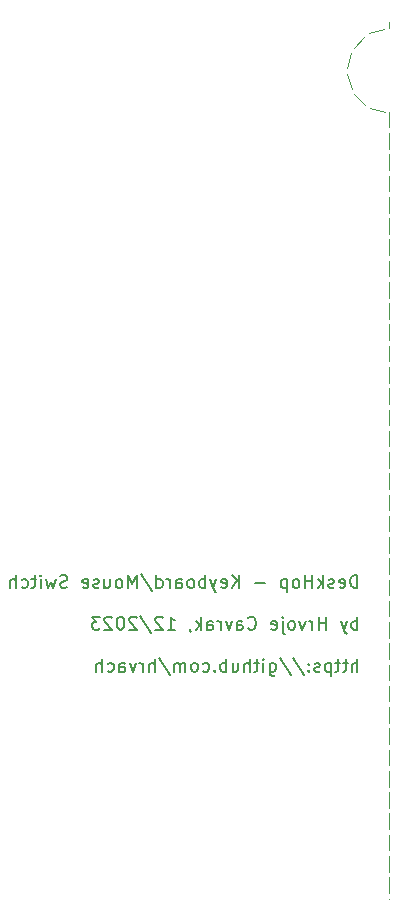
<source format=gbr>
%TF.GenerationSoftware,KiCad,Pcbnew,7.0.9*%
%TF.CreationDate,2024-02-17T13:50:42+09:00*%
%TF.ProjectId,DeskHop,4465736b-486f-4702-9e6b-696361645f70,rev?*%
%TF.SameCoordinates,PX20378f0PY6e37550*%
%TF.FileFunction,Legend,Bot*%
%TF.FilePolarity,Positive*%
%FSLAX46Y46*%
G04 Gerber Fmt 4.6, Leading zero omitted, Abs format (unit mm)*
G04 Created by KiCad (PCBNEW 7.0.9) date 2024-02-17 13:50:42*
%MOMM*%
%LPD*%
G01*
G04 APERTURE LIST*
%ADD10C,0.120000*%
%ADD11C,0.150000*%
G04 APERTURE END LIST*
D10*
X33528000Y66831574D02*
X33527441Y65511574D01*
X33527238Y65031574D02*
X33526679Y63711574D01*
X33526476Y63231574D02*
X33525918Y61911574D01*
X33525715Y61431574D02*
X33525156Y60111575D01*
X33524953Y59631575D02*
X33524394Y58311575D01*
X33524191Y57831575D02*
X33523632Y56511575D01*
X33523429Y56031575D02*
X33522870Y54711575D01*
X33522667Y54231575D02*
X33522109Y52911575D01*
X33521905Y52431575D02*
X33521347Y51111575D01*
X33521144Y50631575D02*
X33520585Y49311576D01*
X33520382Y48831576D02*
X33519823Y47511576D01*
X33519620Y47031576D02*
X33519061Y45711576D01*
X33518858Y45231576D02*
X33518299Y43911576D01*
X33518096Y43431576D02*
X33517538Y42111576D01*
X33517334Y41631576D02*
X33516776Y40311576D01*
X33516573Y39831576D02*
X33516014Y38511577D01*
X33515811Y38031577D02*
X33515252Y36711577D01*
X33515049Y36231577D02*
X33514490Y34911577D01*
X33514287Y34431577D02*
X33513728Y33111577D01*
X33513525Y32631577D02*
X33512967Y31311577D01*
X33512763Y30831577D02*
X33512205Y29511577D01*
X33512002Y29031577D02*
X33511443Y27711578D01*
X33511240Y27231578D02*
X33510681Y25911578D01*
X33510478Y25431578D02*
X33509919Y24111578D01*
X33509716Y23631578D02*
X33509157Y22311578D01*
X33508954Y21831578D02*
X33508396Y20511578D01*
X33508192Y20031578D02*
X33507634Y18711578D01*
X33507431Y18231578D02*
X33506872Y16911578D01*
X33506669Y16431579D02*
X33506110Y15111579D01*
X33505907Y14631579D02*
X33505348Y13311579D01*
X33505145Y12831579D02*
X33504586Y11511579D01*
X33504383Y11031579D02*
X33503825Y9711579D01*
X33503621Y9231579D02*
X33503063Y7911579D01*
X33502860Y7431579D02*
X33502301Y6111579D01*
X33502098Y5631579D02*
X33501539Y4311580D01*
X33501336Y3831580D02*
X33500777Y2511580D01*
X33500574Y2031580D02*
X33500015Y711580D01*
X33499812Y231580D02*
X33499783Y162341D01*
X33155741Y66821540D02*
X31898288Y67197436D01*
X31487784Y67445502D02*
X30570268Y68383930D01*
X30331515Y68799920D02*
X29984049Y70065523D01*
X29976926Y70545106D02*
X30286655Y71820470D01*
X30512950Y72243366D02*
X31402193Y73208628D01*
X31805149Y73468775D02*
X33050885Y73881846D01*
X33528000Y73914000D02*
X33528000Y74422000D01*
D11*
X30830611Y26530420D02*
X30830611Y27630420D01*
X30830611Y27630420D02*
X30568706Y27630420D01*
X30568706Y27630420D02*
X30411563Y27578039D01*
X30411563Y27578039D02*
X30306801Y27473277D01*
X30306801Y27473277D02*
X30254420Y27368515D01*
X30254420Y27368515D02*
X30202039Y27158991D01*
X30202039Y27158991D02*
X30202039Y27001848D01*
X30202039Y27001848D02*
X30254420Y26792324D01*
X30254420Y26792324D02*
X30306801Y26687562D01*
X30306801Y26687562D02*
X30411563Y26582800D01*
X30411563Y26582800D02*
X30568706Y26530420D01*
X30568706Y26530420D02*
X30830611Y26530420D01*
X29311563Y26582800D02*
X29416325Y26530420D01*
X29416325Y26530420D02*
X29625849Y26530420D01*
X29625849Y26530420D02*
X29730611Y26582800D01*
X29730611Y26582800D02*
X29782992Y26687562D01*
X29782992Y26687562D02*
X29782992Y27106610D01*
X29782992Y27106610D02*
X29730611Y27211372D01*
X29730611Y27211372D02*
X29625849Y27263753D01*
X29625849Y27263753D02*
X29416325Y27263753D01*
X29416325Y27263753D02*
X29311563Y27211372D01*
X29311563Y27211372D02*
X29259182Y27106610D01*
X29259182Y27106610D02*
X29259182Y27001848D01*
X29259182Y27001848D02*
X29782992Y26897086D01*
X28840135Y26582800D02*
X28735373Y26530420D01*
X28735373Y26530420D02*
X28525849Y26530420D01*
X28525849Y26530420D02*
X28421087Y26582800D01*
X28421087Y26582800D02*
X28368706Y26687562D01*
X28368706Y26687562D02*
X28368706Y26739943D01*
X28368706Y26739943D02*
X28421087Y26844705D01*
X28421087Y26844705D02*
X28525849Y26897086D01*
X28525849Y26897086D02*
X28682992Y26897086D01*
X28682992Y26897086D02*
X28787754Y26949467D01*
X28787754Y26949467D02*
X28840135Y27054229D01*
X28840135Y27054229D02*
X28840135Y27106610D01*
X28840135Y27106610D02*
X28787754Y27211372D01*
X28787754Y27211372D02*
X28682992Y27263753D01*
X28682992Y27263753D02*
X28525849Y27263753D01*
X28525849Y27263753D02*
X28421087Y27211372D01*
X27897278Y26530420D02*
X27897278Y27630420D01*
X27792516Y26949467D02*
X27478230Y26530420D01*
X27478230Y27263753D02*
X27897278Y26844705D01*
X27006802Y26530420D02*
X27006802Y27630420D01*
X27006802Y27106610D02*
X26378230Y27106610D01*
X26378230Y26530420D02*
X26378230Y27630420D01*
X25697278Y26530420D02*
X25802040Y26582800D01*
X25802040Y26582800D02*
X25854421Y26635181D01*
X25854421Y26635181D02*
X25906802Y26739943D01*
X25906802Y26739943D02*
X25906802Y27054229D01*
X25906802Y27054229D02*
X25854421Y27158991D01*
X25854421Y27158991D02*
X25802040Y27211372D01*
X25802040Y27211372D02*
X25697278Y27263753D01*
X25697278Y27263753D02*
X25540135Y27263753D01*
X25540135Y27263753D02*
X25435373Y27211372D01*
X25435373Y27211372D02*
X25382992Y27158991D01*
X25382992Y27158991D02*
X25330611Y27054229D01*
X25330611Y27054229D02*
X25330611Y26739943D01*
X25330611Y26739943D02*
X25382992Y26635181D01*
X25382992Y26635181D02*
X25435373Y26582800D01*
X25435373Y26582800D02*
X25540135Y26530420D01*
X25540135Y26530420D02*
X25697278Y26530420D01*
X24859183Y27263753D02*
X24859183Y26163753D01*
X24859183Y27211372D02*
X24754421Y27263753D01*
X24754421Y27263753D02*
X24544897Y27263753D01*
X24544897Y27263753D02*
X24440135Y27211372D01*
X24440135Y27211372D02*
X24387754Y27158991D01*
X24387754Y27158991D02*
X24335373Y27054229D01*
X24335373Y27054229D02*
X24335373Y26739943D01*
X24335373Y26739943D02*
X24387754Y26635181D01*
X24387754Y26635181D02*
X24440135Y26582800D01*
X24440135Y26582800D02*
X24544897Y26530420D01*
X24544897Y26530420D02*
X24754421Y26530420D01*
X24754421Y26530420D02*
X24859183Y26582800D01*
X23025850Y26949467D02*
X22187755Y26949467D01*
X20825850Y26530420D02*
X20825850Y27630420D01*
X20197278Y26530420D02*
X20668707Y27158991D01*
X20197278Y27630420D02*
X20825850Y27001848D01*
X19306802Y26582800D02*
X19411564Y26530420D01*
X19411564Y26530420D02*
X19621088Y26530420D01*
X19621088Y26530420D02*
X19725850Y26582800D01*
X19725850Y26582800D02*
X19778231Y26687562D01*
X19778231Y26687562D02*
X19778231Y27106610D01*
X19778231Y27106610D02*
X19725850Y27211372D01*
X19725850Y27211372D02*
X19621088Y27263753D01*
X19621088Y27263753D02*
X19411564Y27263753D01*
X19411564Y27263753D02*
X19306802Y27211372D01*
X19306802Y27211372D02*
X19254421Y27106610D01*
X19254421Y27106610D02*
X19254421Y27001848D01*
X19254421Y27001848D02*
X19778231Y26897086D01*
X18887755Y27263753D02*
X18625850Y26530420D01*
X18363945Y27263753D02*
X18625850Y26530420D01*
X18625850Y26530420D02*
X18730612Y26268515D01*
X18730612Y26268515D02*
X18782993Y26216134D01*
X18782993Y26216134D02*
X18887755Y26163753D01*
X17944898Y26530420D02*
X17944898Y27630420D01*
X17944898Y27211372D02*
X17840136Y27263753D01*
X17840136Y27263753D02*
X17630612Y27263753D01*
X17630612Y27263753D02*
X17525850Y27211372D01*
X17525850Y27211372D02*
X17473469Y27158991D01*
X17473469Y27158991D02*
X17421088Y27054229D01*
X17421088Y27054229D02*
X17421088Y26739943D01*
X17421088Y26739943D02*
X17473469Y26635181D01*
X17473469Y26635181D02*
X17525850Y26582800D01*
X17525850Y26582800D02*
X17630612Y26530420D01*
X17630612Y26530420D02*
X17840136Y26530420D01*
X17840136Y26530420D02*
X17944898Y26582800D01*
X16792517Y26530420D02*
X16897279Y26582800D01*
X16897279Y26582800D02*
X16949660Y26635181D01*
X16949660Y26635181D02*
X17002041Y26739943D01*
X17002041Y26739943D02*
X17002041Y27054229D01*
X17002041Y27054229D02*
X16949660Y27158991D01*
X16949660Y27158991D02*
X16897279Y27211372D01*
X16897279Y27211372D02*
X16792517Y27263753D01*
X16792517Y27263753D02*
X16635374Y27263753D01*
X16635374Y27263753D02*
X16530612Y27211372D01*
X16530612Y27211372D02*
X16478231Y27158991D01*
X16478231Y27158991D02*
X16425850Y27054229D01*
X16425850Y27054229D02*
X16425850Y26739943D01*
X16425850Y26739943D02*
X16478231Y26635181D01*
X16478231Y26635181D02*
X16530612Y26582800D01*
X16530612Y26582800D02*
X16635374Y26530420D01*
X16635374Y26530420D02*
X16792517Y26530420D01*
X15482993Y26530420D02*
X15482993Y27106610D01*
X15482993Y27106610D02*
X15535374Y27211372D01*
X15535374Y27211372D02*
X15640136Y27263753D01*
X15640136Y27263753D02*
X15849660Y27263753D01*
X15849660Y27263753D02*
X15954422Y27211372D01*
X15482993Y26582800D02*
X15587755Y26530420D01*
X15587755Y26530420D02*
X15849660Y26530420D01*
X15849660Y26530420D02*
X15954422Y26582800D01*
X15954422Y26582800D02*
X16006803Y26687562D01*
X16006803Y26687562D02*
X16006803Y26792324D01*
X16006803Y26792324D02*
X15954422Y26897086D01*
X15954422Y26897086D02*
X15849660Y26949467D01*
X15849660Y26949467D02*
X15587755Y26949467D01*
X15587755Y26949467D02*
X15482993Y27001848D01*
X14959184Y26530420D02*
X14959184Y27263753D01*
X14959184Y27054229D02*
X14906803Y27158991D01*
X14906803Y27158991D02*
X14854422Y27211372D01*
X14854422Y27211372D02*
X14749660Y27263753D01*
X14749660Y27263753D02*
X14644898Y27263753D01*
X13806803Y26530420D02*
X13806803Y27630420D01*
X13806803Y26582800D02*
X13911565Y26530420D01*
X13911565Y26530420D02*
X14121089Y26530420D01*
X14121089Y26530420D02*
X14225851Y26582800D01*
X14225851Y26582800D02*
X14278232Y26635181D01*
X14278232Y26635181D02*
X14330613Y26739943D01*
X14330613Y26739943D02*
X14330613Y27054229D01*
X14330613Y27054229D02*
X14278232Y27158991D01*
X14278232Y27158991D02*
X14225851Y27211372D01*
X14225851Y27211372D02*
X14121089Y27263753D01*
X14121089Y27263753D02*
X13911565Y27263753D01*
X13911565Y27263753D02*
X13806803Y27211372D01*
X12497279Y27682800D02*
X13440137Y26268515D01*
X12130613Y26530420D02*
X12130613Y27630420D01*
X12130613Y27630420D02*
X11763946Y26844705D01*
X11763946Y26844705D02*
X11397279Y27630420D01*
X11397279Y27630420D02*
X11397279Y26530420D01*
X10716327Y26530420D02*
X10821089Y26582800D01*
X10821089Y26582800D02*
X10873470Y26635181D01*
X10873470Y26635181D02*
X10925851Y26739943D01*
X10925851Y26739943D02*
X10925851Y27054229D01*
X10925851Y27054229D02*
X10873470Y27158991D01*
X10873470Y27158991D02*
X10821089Y27211372D01*
X10821089Y27211372D02*
X10716327Y27263753D01*
X10716327Y27263753D02*
X10559184Y27263753D01*
X10559184Y27263753D02*
X10454422Y27211372D01*
X10454422Y27211372D02*
X10402041Y27158991D01*
X10402041Y27158991D02*
X10349660Y27054229D01*
X10349660Y27054229D02*
X10349660Y26739943D01*
X10349660Y26739943D02*
X10402041Y26635181D01*
X10402041Y26635181D02*
X10454422Y26582800D01*
X10454422Y26582800D02*
X10559184Y26530420D01*
X10559184Y26530420D02*
X10716327Y26530420D01*
X9406803Y27263753D02*
X9406803Y26530420D01*
X9878232Y27263753D02*
X9878232Y26687562D01*
X9878232Y26687562D02*
X9825851Y26582800D01*
X9825851Y26582800D02*
X9721089Y26530420D01*
X9721089Y26530420D02*
X9563946Y26530420D01*
X9563946Y26530420D02*
X9459184Y26582800D01*
X9459184Y26582800D02*
X9406803Y26635181D01*
X8935375Y26582800D02*
X8830613Y26530420D01*
X8830613Y26530420D02*
X8621089Y26530420D01*
X8621089Y26530420D02*
X8516327Y26582800D01*
X8516327Y26582800D02*
X8463946Y26687562D01*
X8463946Y26687562D02*
X8463946Y26739943D01*
X8463946Y26739943D02*
X8516327Y26844705D01*
X8516327Y26844705D02*
X8621089Y26897086D01*
X8621089Y26897086D02*
X8778232Y26897086D01*
X8778232Y26897086D02*
X8882994Y26949467D01*
X8882994Y26949467D02*
X8935375Y27054229D01*
X8935375Y27054229D02*
X8935375Y27106610D01*
X8935375Y27106610D02*
X8882994Y27211372D01*
X8882994Y27211372D02*
X8778232Y27263753D01*
X8778232Y27263753D02*
X8621089Y27263753D01*
X8621089Y27263753D02*
X8516327Y27211372D01*
X7573470Y26582800D02*
X7678232Y26530420D01*
X7678232Y26530420D02*
X7887756Y26530420D01*
X7887756Y26530420D02*
X7992518Y26582800D01*
X7992518Y26582800D02*
X8044899Y26687562D01*
X8044899Y26687562D02*
X8044899Y27106610D01*
X8044899Y27106610D02*
X7992518Y27211372D01*
X7992518Y27211372D02*
X7887756Y27263753D01*
X7887756Y27263753D02*
X7678232Y27263753D01*
X7678232Y27263753D02*
X7573470Y27211372D01*
X7573470Y27211372D02*
X7521089Y27106610D01*
X7521089Y27106610D02*
X7521089Y27001848D01*
X7521089Y27001848D02*
X8044899Y26897086D01*
X6263947Y26582800D02*
X6106804Y26530420D01*
X6106804Y26530420D02*
X5844899Y26530420D01*
X5844899Y26530420D02*
X5740137Y26582800D01*
X5740137Y26582800D02*
X5687756Y26635181D01*
X5687756Y26635181D02*
X5635375Y26739943D01*
X5635375Y26739943D02*
X5635375Y26844705D01*
X5635375Y26844705D02*
X5687756Y26949467D01*
X5687756Y26949467D02*
X5740137Y27001848D01*
X5740137Y27001848D02*
X5844899Y27054229D01*
X5844899Y27054229D02*
X6054423Y27106610D01*
X6054423Y27106610D02*
X6159185Y27158991D01*
X6159185Y27158991D02*
X6211566Y27211372D01*
X6211566Y27211372D02*
X6263947Y27316134D01*
X6263947Y27316134D02*
X6263947Y27420896D01*
X6263947Y27420896D02*
X6211566Y27525658D01*
X6211566Y27525658D02*
X6159185Y27578039D01*
X6159185Y27578039D02*
X6054423Y27630420D01*
X6054423Y27630420D02*
X5792518Y27630420D01*
X5792518Y27630420D02*
X5635375Y27578039D01*
X5268709Y27263753D02*
X5059185Y26530420D01*
X5059185Y26530420D02*
X4849661Y27054229D01*
X4849661Y27054229D02*
X4640137Y26530420D01*
X4640137Y26530420D02*
X4430613Y27263753D01*
X4011566Y26530420D02*
X4011566Y27263753D01*
X4011566Y27630420D02*
X4063947Y27578039D01*
X4063947Y27578039D02*
X4011566Y27525658D01*
X4011566Y27525658D02*
X3959185Y27578039D01*
X3959185Y27578039D02*
X4011566Y27630420D01*
X4011566Y27630420D02*
X4011566Y27525658D01*
X3644899Y27263753D02*
X3225851Y27263753D01*
X3487756Y27630420D02*
X3487756Y26687562D01*
X3487756Y26687562D02*
X3435375Y26582800D01*
X3435375Y26582800D02*
X3330613Y26530420D01*
X3330613Y26530420D02*
X3225851Y26530420D01*
X2387756Y26582800D02*
X2492518Y26530420D01*
X2492518Y26530420D02*
X2702042Y26530420D01*
X2702042Y26530420D02*
X2806804Y26582800D01*
X2806804Y26582800D02*
X2859185Y26635181D01*
X2859185Y26635181D02*
X2911566Y26739943D01*
X2911566Y26739943D02*
X2911566Y27054229D01*
X2911566Y27054229D02*
X2859185Y27158991D01*
X2859185Y27158991D02*
X2806804Y27211372D01*
X2806804Y27211372D02*
X2702042Y27263753D01*
X2702042Y27263753D02*
X2492518Y27263753D01*
X2492518Y27263753D02*
X2387756Y27211372D01*
X1916328Y26530420D02*
X1916328Y27630420D01*
X1444899Y26530420D02*
X1444899Y27106610D01*
X1444899Y27106610D02*
X1497280Y27211372D01*
X1497280Y27211372D02*
X1602042Y27263753D01*
X1602042Y27263753D02*
X1759185Y27263753D01*
X1759185Y27263753D02*
X1863947Y27211372D01*
X1863947Y27211372D02*
X1916328Y27158991D01*
X30830611Y22988420D02*
X30830611Y24088420D01*
X30830611Y23669372D02*
X30725849Y23721753D01*
X30725849Y23721753D02*
X30516325Y23721753D01*
X30516325Y23721753D02*
X30411563Y23669372D01*
X30411563Y23669372D02*
X30359182Y23616991D01*
X30359182Y23616991D02*
X30306801Y23512229D01*
X30306801Y23512229D02*
X30306801Y23197943D01*
X30306801Y23197943D02*
X30359182Y23093181D01*
X30359182Y23093181D02*
X30411563Y23040800D01*
X30411563Y23040800D02*
X30516325Y22988420D01*
X30516325Y22988420D02*
X30725849Y22988420D01*
X30725849Y22988420D02*
X30830611Y23040800D01*
X29940135Y23721753D02*
X29678230Y22988420D01*
X29416325Y23721753D02*
X29678230Y22988420D01*
X29678230Y22988420D02*
X29782992Y22726515D01*
X29782992Y22726515D02*
X29835373Y22674134D01*
X29835373Y22674134D02*
X29940135Y22621753D01*
X28159183Y22988420D02*
X28159183Y24088420D01*
X28159183Y23564610D02*
X27530611Y23564610D01*
X27530611Y22988420D02*
X27530611Y24088420D01*
X27006802Y22988420D02*
X27006802Y23721753D01*
X27006802Y23512229D02*
X26954421Y23616991D01*
X26954421Y23616991D02*
X26902040Y23669372D01*
X26902040Y23669372D02*
X26797278Y23721753D01*
X26797278Y23721753D02*
X26692516Y23721753D01*
X26430612Y23721753D02*
X26168707Y22988420D01*
X26168707Y22988420D02*
X25906802Y23721753D01*
X25330612Y22988420D02*
X25435374Y23040800D01*
X25435374Y23040800D02*
X25487755Y23093181D01*
X25487755Y23093181D02*
X25540136Y23197943D01*
X25540136Y23197943D02*
X25540136Y23512229D01*
X25540136Y23512229D02*
X25487755Y23616991D01*
X25487755Y23616991D02*
X25435374Y23669372D01*
X25435374Y23669372D02*
X25330612Y23721753D01*
X25330612Y23721753D02*
X25173469Y23721753D01*
X25173469Y23721753D02*
X25068707Y23669372D01*
X25068707Y23669372D02*
X25016326Y23616991D01*
X25016326Y23616991D02*
X24963945Y23512229D01*
X24963945Y23512229D02*
X24963945Y23197943D01*
X24963945Y23197943D02*
X25016326Y23093181D01*
X25016326Y23093181D02*
X25068707Y23040800D01*
X25068707Y23040800D02*
X25173469Y22988420D01*
X25173469Y22988420D02*
X25330612Y22988420D01*
X24492517Y23721753D02*
X24492517Y22778896D01*
X24492517Y22778896D02*
X24544898Y22674134D01*
X24544898Y22674134D02*
X24649660Y22621753D01*
X24649660Y22621753D02*
X24702041Y22621753D01*
X24492517Y24088420D02*
X24544898Y24036039D01*
X24544898Y24036039D02*
X24492517Y23983658D01*
X24492517Y23983658D02*
X24440136Y24036039D01*
X24440136Y24036039D02*
X24492517Y24088420D01*
X24492517Y24088420D02*
X24492517Y23983658D01*
X23549659Y23040800D02*
X23654421Y22988420D01*
X23654421Y22988420D02*
X23863945Y22988420D01*
X23863945Y22988420D02*
X23968707Y23040800D01*
X23968707Y23040800D02*
X24021088Y23145562D01*
X24021088Y23145562D02*
X24021088Y23564610D01*
X24021088Y23564610D02*
X23968707Y23669372D01*
X23968707Y23669372D02*
X23863945Y23721753D01*
X23863945Y23721753D02*
X23654421Y23721753D01*
X23654421Y23721753D02*
X23549659Y23669372D01*
X23549659Y23669372D02*
X23497278Y23564610D01*
X23497278Y23564610D02*
X23497278Y23459848D01*
X23497278Y23459848D02*
X24021088Y23355086D01*
X21559183Y23093181D02*
X21611564Y23040800D01*
X21611564Y23040800D02*
X21768707Y22988420D01*
X21768707Y22988420D02*
X21873469Y22988420D01*
X21873469Y22988420D02*
X22030612Y23040800D01*
X22030612Y23040800D02*
X22135374Y23145562D01*
X22135374Y23145562D02*
X22187755Y23250324D01*
X22187755Y23250324D02*
X22240136Y23459848D01*
X22240136Y23459848D02*
X22240136Y23616991D01*
X22240136Y23616991D02*
X22187755Y23826515D01*
X22187755Y23826515D02*
X22135374Y23931277D01*
X22135374Y23931277D02*
X22030612Y24036039D01*
X22030612Y24036039D02*
X21873469Y24088420D01*
X21873469Y24088420D02*
X21768707Y24088420D01*
X21768707Y24088420D02*
X21611564Y24036039D01*
X21611564Y24036039D02*
X21559183Y23983658D01*
X20616326Y22988420D02*
X20616326Y23564610D01*
X20616326Y23564610D02*
X20668707Y23669372D01*
X20668707Y23669372D02*
X20773469Y23721753D01*
X20773469Y23721753D02*
X20982993Y23721753D01*
X20982993Y23721753D02*
X21087755Y23669372D01*
X20616326Y23040800D02*
X20721088Y22988420D01*
X20721088Y22988420D02*
X20982993Y22988420D01*
X20982993Y22988420D02*
X21087755Y23040800D01*
X21087755Y23040800D02*
X21140136Y23145562D01*
X21140136Y23145562D02*
X21140136Y23250324D01*
X21140136Y23250324D02*
X21087755Y23355086D01*
X21087755Y23355086D02*
X20982993Y23407467D01*
X20982993Y23407467D02*
X20721088Y23407467D01*
X20721088Y23407467D02*
X20616326Y23459848D01*
X20197279Y23721753D02*
X19935374Y22988420D01*
X19935374Y22988420D02*
X19673469Y23721753D01*
X19254422Y22988420D02*
X19254422Y23721753D01*
X19254422Y23512229D02*
X19202041Y23616991D01*
X19202041Y23616991D02*
X19149660Y23669372D01*
X19149660Y23669372D02*
X19044898Y23721753D01*
X19044898Y23721753D02*
X18940136Y23721753D01*
X18102041Y22988420D02*
X18102041Y23564610D01*
X18102041Y23564610D02*
X18154422Y23669372D01*
X18154422Y23669372D02*
X18259184Y23721753D01*
X18259184Y23721753D02*
X18468708Y23721753D01*
X18468708Y23721753D02*
X18573470Y23669372D01*
X18102041Y23040800D02*
X18206803Y22988420D01*
X18206803Y22988420D02*
X18468708Y22988420D01*
X18468708Y22988420D02*
X18573470Y23040800D01*
X18573470Y23040800D02*
X18625851Y23145562D01*
X18625851Y23145562D02*
X18625851Y23250324D01*
X18625851Y23250324D02*
X18573470Y23355086D01*
X18573470Y23355086D02*
X18468708Y23407467D01*
X18468708Y23407467D02*
X18206803Y23407467D01*
X18206803Y23407467D02*
X18102041Y23459848D01*
X17578232Y22988420D02*
X17578232Y24088420D01*
X17473470Y23407467D02*
X17159184Y22988420D01*
X17159184Y23721753D02*
X17578232Y23302705D01*
X16635375Y23040800D02*
X16635375Y22988420D01*
X16635375Y22988420D02*
X16687756Y22883658D01*
X16687756Y22883658D02*
X16740137Y22831277D01*
X14749660Y22988420D02*
X15378232Y22988420D01*
X15063946Y22988420D02*
X15063946Y24088420D01*
X15063946Y24088420D02*
X15168708Y23931277D01*
X15168708Y23931277D02*
X15273470Y23826515D01*
X15273470Y23826515D02*
X15378232Y23774134D01*
X14330613Y23983658D02*
X14278232Y24036039D01*
X14278232Y24036039D02*
X14173470Y24088420D01*
X14173470Y24088420D02*
X13911565Y24088420D01*
X13911565Y24088420D02*
X13806803Y24036039D01*
X13806803Y24036039D02*
X13754422Y23983658D01*
X13754422Y23983658D02*
X13702041Y23878896D01*
X13702041Y23878896D02*
X13702041Y23774134D01*
X13702041Y23774134D02*
X13754422Y23616991D01*
X13754422Y23616991D02*
X14382994Y22988420D01*
X14382994Y22988420D02*
X13702041Y22988420D01*
X12444898Y24140800D02*
X13387756Y22726515D01*
X12130613Y23983658D02*
X12078232Y24036039D01*
X12078232Y24036039D02*
X11973470Y24088420D01*
X11973470Y24088420D02*
X11711565Y24088420D01*
X11711565Y24088420D02*
X11606803Y24036039D01*
X11606803Y24036039D02*
X11554422Y23983658D01*
X11554422Y23983658D02*
X11502041Y23878896D01*
X11502041Y23878896D02*
X11502041Y23774134D01*
X11502041Y23774134D02*
X11554422Y23616991D01*
X11554422Y23616991D02*
X12182994Y22988420D01*
X12182994Y22988420D02*
X11502041Y22988420D01*
X10821089Y24088420D02*
X10716327Y24088420D01*
X10716327Y24088420D02*
X10611565Y24036039D01*
X10611565Y24036039D02*
X10559184Y23983658D01*
X10559184Y23983658D02*
X10506803Y23878896D01*
X10506803Y23878896D02*
X10454422Y23669372D01*
X10454422Y23669372D02*
X10454422Y23407467D01*
X10454422Y23407467D02*
X10506803Y23197943D01*
X10506803Y23197943D02*
X10559184Y23093181D01*
X10559184Y23093181D02*
X10611565Y23040800D01*
X10611565Y23040800D02*
X10716327Y22988420D01*
X10716327Y22988420D02*
X10821089Y22988420D01*
X10821089Y22988420D02*
X10925851Y23040800D01*
X10925851Y23040800D02*
X10978232Y23093181D01*
X10978232Y23093181D02*
X11030613Y23197943D01*
X11030613Y23197943D02*
X11082994Y23407467D01*
X11082994Y23407467D02*
X11082994Y23669372D01*
X11082994Y23669372D02*
X11030613Y23878896D01*
X11030613Y23878896D02*
X10978232Y23983658D01*
X10978232Y23983658D02*
X10925851Y24036039D01*
X10925851Y24036039D02*
X10821089Y24088420D01*
X10035375Y23983658D02*
X9982994Y24036039D01*
X9982994Y24036039D02*
X9878232Y24088420D01*
X9878232Y24088420D02*
X9616327Y24088420D01*
X9616327Y24088420D02*
X9511565Y24036039D01*
X9511565Y24036039D02*
X9459184Y23983658D01*
X9459184Y23983658D02*
X9406803Y23878896D01*
X9406803Y23878896D02*
X9406803Y23774134D01*
X9406803Y23774134D02*
X9459184Y23616991D01*
X9459184Y23616991D02*
X10087756Y22988420D01*
X10087756Y22988420D02*
X9406803Y22988420D01*
X9040137Y24088420D02*
X8359184Y24088420D01*
X8359184Y24088420D02*
X8725851Y23669372D01*
X8725851Y23669372D02*
X8568708Y23669372D01*
X8568708Y23669372D02*
X8463946Y23616991D01*
X8463946Y23616991D02*
X8411565Y23564610D01*
X8411565Y23564610D02*
X8359184Y23459848D01*
X8359184Y23459848D02*
X8359184Y23197943D01*
X8359184Y23197943D02*
X8411565Y23093181D01*
X8411565Y23093181D02*
X8463946Y23040800D01*
X8463946Y23040800D02*
X8568708Y22988420D01*
X8568708Y22988420D02*
X8882994Y22988420D01*
X8882994Y22988420D02*
X8987756Y23040800D01*
X8987756Y23040800D02*
X9040137Y23093181D01*
X30830611Y19446420D02*
X30830611Y20546420D01*
X30359182Y19446420D02*
X30359182Y20022610D01*
X30359182Y20022610D02*
X30411563Y20127372D01*
X30411563Y20127372D02*
X30516325Y20179753D01*
X30516325Y20179753D02*
X30673468Y20179753D01*
X30673468Y20179753D02*
X30778230Y20127372D01*
X30778230Y20127372D02*
X30830611Y20074991D01*
X29992516Y20179753D02*
X29573468Y20179753D01*
X29835373Y20546420D02*
X29835373Y19603562D01*
X29835373Y19603562D02*
X29782992Y19498800D01*
X29782992Y19498800D02*
X29678230Y19446420D01*
X29678230Y19446420D02*
X29573468Y19446420D01*
X29363945Y20179753D02*
X28944897Y20179753D01*
X29206802Y20546420D02*
X29206802Y19603562D01*
X29206802Y19603562D02*
X29154421Y19498800D01*
X29154421Y19498800D02*
X29049659Y19446420D01*
X29049659Y19446420D02*
X28944897Y19446420D01*
X28578231Y20179753D02*
X28578231Y19079753D01*
X28578231Y20127372D02*
X28473469Y20179753D01*
X28473469Y20179753D02*
X28263945Y20179753D01*
X28263945Y20179753D02*
X28159183Y20127372D01*
X28159183Y20127372D02*
X28106802Y20074991D01*
X28106802Y20074991D02*
X28054421Y19970229D01*
X28054421Y19970229D02*
X28054421Y19655943D01*
X28054421Y19655943D02*
X28106802Y19551181D01*
X28106802Y19551181D02*
X28159183Y19498800D01*
X28159183Y19498800D02*
X28263945Y19446420D01*
X28263945Y19446420D02*
X28473469Y19446420D01*
X28473469Y19446420D02*
X28578231Y19498800D01*
X27635374Y19498800D02*
X27530612Y19446420D01*
X27530612Y19446420D02*
X27321088Y19446420D01*
X27321088Y19446420D02*
X27216326Y19498800D01*
X27216326Y19498800D02*
X27163945Y19603562D01*
X27163945Y19603562D02*
X27163945Y19655943D01*
X27163945Y19655943D02*
X27216326Y19760705D01*
X27216326Y19760705D02*
X27321088Y19813086D01*
X27321088Y19813086D02*
X27478231Y19813086D01*
X27478231Y19813086D02*
X27582993Y19865467D01*
X27582993Y19865467D02*
X27635374Y19970229D01*
X27635374Y19970229D02*
X27635374Y20022610D01*
X27635374Y20022610D02*
X27582993Y20127372D01*
X27582993Y20127372D02*
X27478231Y20179753D01*
X27478231Y20179753D02*
X27321088Y20179753D01*
X27321088Y20179753D02*
X27216326Y20127372D01*
X26692517Y19551181D02*
X26640136Y19498800D01*
X26640136Y19498800D02*
X26692517Y19446420D01*
X26692517Y19446420D02*
X26744898Y19498800D01*
X26744898Y19498800D02*
X26692517Y19551181D01*
X26692517Y19551181D02*
X26692517Y19446420D01*
X26692517Y20127372D02*
X26640136Y20074991D01*
X26640136Y20074991D02*
X26692517Y20022610D01*
X26692517Y20022610D02*
X26744898Y20074991D01*
X26744898Y20074991D02*
X26692517Y20127372D01*
X26692517Y20127372D02*
X26692517Y20022610D01*
X25382992Y20598800D02*
X26325850Y19184515D01*
X24230611Y20598800D02*
X25173469Y19184515D01*
X23392516Y20179753D02*
X23392516Y19289277D01*
X23392516Y19289277D02*
X23444897Y19184515D01*
X23444897Y19184515D02*
X23497278Y19132134D01*
X23497278Y19132134D02*
X23602040Y19079753D01*
X23602040Y19079753D02*
X23759183Y19079753D01*
X23759183Y19079753D02*
X23863945Y19132134D01*
X23392516Y19498800D02*
X23497278Y19446420D01*
X23497278Y19446420D02*
X23706802Y19446420D01*
X23706802Y19446420D02*
X23811564Y19498800D01*
X23811564Y19498800D02*
X23863945Y19551181D01*
X23863945Y19551181D02*
X23916326Y19655943D01*
X23916326Y19655943D02*
X23916326Y19970229D01*
X23916326Y19970229D02*
X23863945Y20074991D01*
X23863945Y20074991D02*
X23811564Y20127372D01*
X23811564Y20127372D02*
X23706802Y20179753D01*
X23706802Y20179753D02*
X23497278Y20179753D01*
X23497278Y20179753D02*
X23392516Y20127372D01*
X22868707Y19446420D02*
X22868707Y20179753D01*
X22868707Y20546420D02*
X22921088Y20494039D01*
X22921088Y20494039D02*
X22868707Y20441658D01*
X22868707Y20441658D02*
X22816326Y20494039D01*
X22816326Y20494039D02*
X22868707Y20546420D01*
X22868707Y20546420D02*
X22868707Y20441658D01*
X22502040Y20179753D02*
X22082992Y20179753D01*
X22344897Y20546420D02*
X22344897Y19603562D01*
X22344897Y19603562D02*
X22292516Y19498800D01*
X22292516Y19498800D02*
X22187754Y19446420D01*
X22187754Y19446420D02*
X22082992Y19446420D01*
X21716326Y19446420D02*
X21716326Y20546420D01*
X21244897Y19446420D02*
X21244897Y20022610D01*
X21244897Y20022610D02*
X21297278Y20127372D01*
X21297278Y20127372D02*
X21402040Y20179753D01*
X21402040Y20179753D02*
X21559183Y20179753D01*
X21559183Y20179753D02*
X21663945Y20127372D01*
X21663945Y20127372D02*
X21716326Y20074991D01*
X20249659Y20179753D02*
X20249659Y19446420D01*
X20721088Y20179753D02*
X20721088Y19603562D01*
X20721088Y19603562D02*
X20668707Y19498800D01*
X20668707Y19498800D02*
X20563945Y19446420D01*
X20563945Y19446420D02*
X20406802Y19446420D01*
X20406802Y19446420D02*
X20302040Y19498800D01*
X20302040Y19498800D02*
X20249659Y19551181D01*
X19725850Y19446420D02*
X19725850Y20546420D01*
X19725850Y20127372D02*
X19621088Y20179753D01*
X19621088Y20179753D02*
X19411564Y20179753D01*
X19411564Y20179753D02*
X19306802Y20127372D01*
X19306802Y20127372D02*
X19254421Y20074991D01*
X19254421Y20074991D02*
X19202040Y19970229D01*
X19202040Y19970229D02*
X19202040Y19655943D01*
X19202040Y19655943D02*
X19254421Y19551181D01*
X19254421Y19551181D02*
X19306802Y19498800D01*
X19306802Y19498800D02*
X19411564Y19446420D01*
X19411564Y19446420D02*
X19621088Y19446420D01*
X19621088Y19446420D02*
X19725850Y19498800D01*
X18730612Y19551181D02*
X18678231Y19498800D01*
X18678231Y19498800D02*
X18730612Y19446420D01*
X18730612Y19446420D02*
X18782993Y19498800D01*
X18782993Y19498800D02*
X18730612Y19551181D01*
X18730612Y19551181D02*
X18730612Y19446420D01*
X17735373Y19498800D02*
X17840135Y19446420D01*
X17840135Y19446420D02*
X18049659Y19446420D01*
X18049659Y19446420D02*
X18154421Y19498800D01*
X18154421Y19498800D02*
X18206802Y19551181D01*
X18206802Y19551181D02*
X18259183Y19655943D01*
X18259183Y19655943D02*
X18259183Y19970229D01*
X18259183Y19970229D02*
X18206802Y20074991D01*
X18206802Y20074991D02*
X18154421Y20127372D01*
X18154421Y20127372D02*
X18049659Y20179753D01*
X18049659Y20179753D02*
X17840135Y20179753D01*
X17840135Y20179753D02*
X17735373Y20127372D01*
X17106802Y19446420D02*
X17211564Y19498800D01*
X17211564Y19498800D02*
X17263945Y19551181D01*
X17263945Y19551181D02*
X17316326Y19655943D01*
X17316326Y19655943D02*
X17316326Y19970229D01*
X17316326Y19970229D02*
X17263945Y20074991D01*
X17263945Y20074991D02*
X17211564Y20127372D01*
X17211564Y20127372D02*
X17106802Y20179753D01*
X17106802Y20179753D02*
X16949659Y20179753D01*
X16949659Y20179753D02*
X16844897Y20127372D01*
X16844897Y20127372D02*
X16792516Y20074991D01*
X16792516Y20074991D02*
X16740135Y19970229D01*
X16740135Y19970229D02*
X16740135Y19655943D01*
X16740135Y19655943D02*
X16792516Y19551181D01*
X16792516Y19551181D02*
X16844897Y19498800D01*
X16844897Y19498800D02*
X16949659Y19446420D01*
X16949659Y19446420D02*
X17106802Y19446420D01*
X16268707Y19446420D02*
X16268707Y20179753D01*
X16268707Y20074991D02*
X16216326Y20127372D01*
X16216326Y20127372D02*
X16111564Y20179753D01*
X16111564Y20179753D02*
X15954421Y20179753D01*
X15954421Y20179753D02*
X15849659Y20127372D01*
X15849659Y20127372D02*
X15797278Y20022610D01*
X15797278Y20022610D02*
X15797278Y19446420D01*
X15797278Y20022610D02*
X15744897Y20127372D01*
X15744897Y20127372D02*
X15640135Y20179753D01*
X15640135Y20179753D02*
X15482992Y20179753D01*
X15482992Y20179753D02*
X15378231Y20127372D01*
X15378231Y20127372D02*
X15325850Y20022610D01*
X15325850Y20022610D02*
X15325850Y19446420D01*
X14016325Y20598800D02*
X14959183Y19184515D01*
X13649659Y19446420D02*
X13649659Y20546420D01*
X13178230Y19446420D02*
X13178230Y20022610D01*
X13178230Y20022610D02*
X13230611Y20127372D01*
X13230611Y20127372D02*
X13335373Y20179753D01*
X13335373Y20179753D02*
X13492516Y20179753D01*
X13492516Y20179753D02*
X13597278Y20127372D01*
X13597278Y20127372D02*
X13649659Y20074991D01*
X12654421Y19446420D02*
X12654421Y20179753D01*
X12654421Y19970229D02*
X12602040Y20074991D01*
X12602040Y20074991D02*
X12549659Y20127372D01*
X12549659Y20127372D02*
X12444897Y20179753D01*
X12444897Y20179753D02*
X12340135Y20179753D01*
X12078231Y20179753D02*
X11816326Y19446420D01*
X11816326Y19446420D02*
X11554421Y20179753D01*
X10663945Y19446420D02*
X10663945Y20022610D01*
X10663945Y20022610D02*
X10716326Y20127372D01*
X10716326Y20127372D02*
X10821088Y20179753D01*
X10821088Y20179753D02*
X11030612Y20179753D01*
X11030612Y20179753D02*
X11135374Y20127372D01*
X10663945Y19498800D02*
X10768707Y19446420D01*
X10768707Y19446420D02*
X11030612Y19446420D01*
X11030612Y19446420D02*
X11135374Y19498800D01*
X11135374Y19498800D02*
X11187755Y19603562D01*
X11187755Y19603562D02*
X11187755Y19708324D01*
X11187755Y19708324D02*
X11135374Y19813086D01*
X11135374Y19813086D02*
X11030612Y19865467D01*
X11030612Y19865467D02*
X10768707Y19865467D01*
X10768707Y19865467D02*
X10663945Y19917848D01*
X9668707Y19498800D02*
X9773469Y19446420D01*
X9773469Y19446420D02*
X9982993Y19446420D01*
X9982993Y19446420D02*
X10087755Y19498800D01*
X10087755Y19498800D02*
X10140136Y19551181D01*
X10140136Y19551181D02*
X10192517Y19655943D01*
X10192517Y19655943D02*
X10192517Y19970229D01*
X10192517Y19970229D02*
X10140136Y20074991D01*
X10140136Y20074991D02*
X10087755Y20127372D01*
X10087755Y20127372D02*
X9982993Y20179753D01*
X9982993Y20179753D02*
X9773469Y20179753D01*
X9773469Y20179753D02*
X9668707Y20127372D01*
X9197279Y19446420D02*
X9197279Y20546420D01*
X8725850Y19446420D02*
X8725850Y20022610D01*
X8725850Y20022610D02*
X8778231Y20127372D01*
X8778231Y20127372D02*
X8882993Y20179753D01*
X8882993Y20179753D02*
X9040136Y20179753D01*
X9040136Y20179753D02*
X9144898Y20127372D01*
X9144898Y20127372D02*
X9197279Y20074991D01*
M02*

</source>
